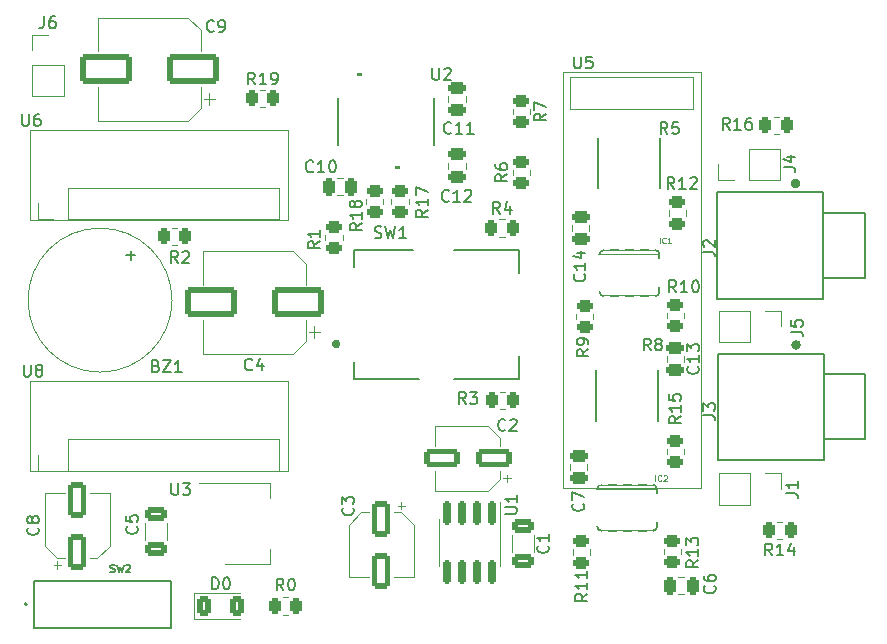
<source format=gto>
G04 #@! TF.GenerationSoftware,KiCad,Pcbnew,(6.0.4)*
G04 #@! TF.CreationDate,2023-10-19T14:50:22+10:00*
G04 #@! TF.ProjectId,OpenXstim,4f70656e-5873-4746-996d-2e6b69636164,rev?*
G04 #@! TF.SameCoordinates,Original*
G04 #@! TF.FileFunction,Legend,Top*
G04 #@! TF.FilePolarity,Positive*
%FSLAX46Y46*%
G04 Gerber Fmt 4.6, Leading zero omitted, Abs format (unit mm)*
G04 Created by KiCad (PCBNEW (6.0.4)) date 2023-10-19 14:50:22*
%MOMM*%
%LPD*%
G01*
G04 APERTURE LIST*
G04 Aperture macros list*
%AMRoundRect*
0 Rectangle with rounded corners*
0 $1 Rounding radius*
0 $2 $3 $4 $5 $6 $7 $8 $9 X,Y pos of 4 corners*
0 Add a 4 corners polygon primitive as box body*
4,1,4,$2,$3,$4,$5,$6,$7,$8,$9,$2,$3,0*
0 Add four circle primitives for the rounded corners*
1,1,$1+$1,$2,$3*
1,1,$1+$1,$4,$5*
1,1,$1+$1,$6,$7*
1,1,$1+$1,$8,$9*
0 Add four rect primitives between the rounded corners*
20,1,$1+$1,$2,$3,$4,$5,0*
20,1,$1+$1,$4,$5,$6,$7,0*
20,1,$1+$1,$6,$7,$8,$9,0*
20,1,$1+$1,$8,$9,$2,$3,0*%
G04 Aperture macros list end*
%ADD10C,0.150000*%
%ADD11C,0.120078*%
%ADD12C,0.120000*%
%ADD13C,0.152400*%
%ADD14C,0.050800*%
%ADD15C,0.127000*%
%ADD16C,0.304800*%
%ADD17C,0.400000*%
%ADD18C,0.200000*%
%ADD19RoundRect,0.250000X0.262500X0.450000X-0.262500X0.450000X-0.262500X-0.450000X0.262500X-0.450000X0*%
%ADD20RoundRect,0.250000X1.250000X0.550000X-1.250000X0.550000X-1.250000X-0.550000X1.250000X-0.550000X0*%
%ADD21R,0.355600X1.473200*%
%ADD22R,5.029200X3.251200*%
%ADD23RoundRect,0.250000X0.450000X-0.262500X0.450000X0.262500X-0.450000X0.262500X-0.450000X-0.262500X0*%
%ADD24RoundRect,0.250000X-0.262500X-0.450000X0.262500X-0.450000X0.262500X0.450000X-0.262500X0.450000X0*%
%ADD25RoundRect,0.250000X-0.250000X-0.475000X0.250000X-0.475000X0.250000X0.475000X-0.250000X0.475000X0*%
%ADD26RoundRect,0.250000X-0.550000X1.250000X-0.550000X-1.250000X0.550000X-1.250000X0.550000X1.250000X0*%
%ADD27R,1.700000X1.700000*%
%ADD28O,1.700000X1.700000*%
%ADD29RoundRect,0.150000X-0.150000X0.825000X-0.150000X-0.825000X0.150000X-0.825000X0.150000X0.825000X0*%
%ADD30R,2.000000X1.500000*%
%ADD31R,2.000000X3.800000*%
%ADD32RoundRect,0.250000X0.475000X-0.250000X0.475000X0.250000X-0.475000X0.250000X-0.475000X-0.250000X0*%
%ADD33RoundRect,0.250000X0.250000X0.475000X-0.250000X0.475000X-0.250000X-0.475000X0.250000X-0.475000X0*%
%ADD34R,0.600000X1.800000*%
%ADD35R,6.000000X2.400000*%
%ADD36C,2.600000*%
%ADD37C,1.800000*%
%ADD38R,1.800000X1.800000*%
%ADD39O,1.508000X3.016000*%
%ADD40O,3.016000X1.508000*%
%ADD41R,2.000000X2.000000*%
%ADD42C,2.000000*%
%ADD43R,0.482600X1.447800*%
%ADD44RoundRect,0.250000X-0.375000X-0.625000X0.375000X-0.625000X0.375000X0.625000X-0.375000X0.625000X0*%
%ADD45RoundRect,0.250000X0.650000X-0.325000X0.650000X0.325000X-0.650000X0.325000X-0.650000X-0.325000X0*%
%ADD46RoundRect,0.250000X-0.450000X0.262500X-0.450000X-0.262500X0.450000X-0.262500X0.450000X0.262500X0*%
%ADD47RoundRect,0.250000X1.950000X1.000000X-1.950000X1.000000X-1.950000X-1.000000X1.950000X-1.000000X0*%
%ADD48R,1.408000X1.408000*%
%ADD49C,1.408000*%
%ADD50RoundRect,0.250000X0.550000X-1.250000X0.550000X1.250000X-0.550000X1.250000X-0.550000X-1.250000X0*%
%ADD51RoundRect,0.250000X-0.475000X0.250000X-0.475000X-0.250000X0.475000X-0.250000X0.475000X0.250000X0*%
%ADD52R,1.600000X1.600000*%
%ADD53O,1.600000X1.600000*%
G04 APERTURE END LIST*
D10*
X234256342Y-73858380D02*
X233923009Y-73382190D01*
X233684914Y-73858380D02*
X233684914Y-72858380D01*
X234065866Y-72858380D01*
X234161104Y-72906000D01*
X234208723Y-72953619D01*
X234256342Y-73048857D01*
X234256342Y-73191714D01*
X234208723Y-73286952D01*
X234161104Y-73334571D01*
X234065866Y-73382190D01*
X233684914Y-73382190D01*
X235208723Y-73858380D02*
X234637295Y-73858380D01*
X234923009Y-73858380D02*
X234923009Y-72858380D01*
X234827771Y-73001238D01*
X234732533Y-73096476D01*
X234637295Y-73144095D01*
X236065866Y-72858380D02*
X235875390Y-72858380D01*
X235780152Y-72906000D01*
X235732533Y-72953619D01*
X235637295Y-73096476D01*
X235589676Y-73286952D01*
X235589676Y-73667904D01*
X235637295Y-73763142D01*
X235684914Y-73810761D01*
X235780152Y-73858380D01*
X235970628Y-73858380D01*
X236065866Y-73810761D01*
X236113485Y-73763142D01*
X236161104Y-73667904D01*
X236161104Y-73429809D01*
X236113485Y-73334571D01*
X236065866Y-73286952D01*
X235970628Y-73239333D01*
X235780152Y-73239333D01*
X235684914Y-73286952D01*
X235637295Y-73334571D01*
X235589676Y-73429809D01*
X215276133Y-99264742D02*
X215228514Y-99312361D01*
X215085657Y-99359980D01*
X214990419Y-99359980D01*
X214847561Y-99312361D01*
X214752323Y-99217123D01*
X214704704Y-99121885D01*
X214657085Y-98931409D01*
X214657085Y-98788552D01*
X214704704Y-98598076D01*
X214752323Y-98502838D01*
X214847561Y-98407600D01*
X214990419Y-98359980D01*
X215085657Y-98359980D01*
X215228514Y-98407600D01*
X215276133Y-98455219D01*
X215657085Y-98455219D02*
X215704704Y-98407600D01*
X215799942Y-98359980D01*
X216038038Y-98359980D01*
X216133276Y-98407600D01*
X216180895Y-98455219D01*
X216228514Y-98550457D01*
X216228514Y-98645695D01*
X216180895Y-98788552D01*
X215609466Y-99359980D01*
X216228514Y-99359980D01*
X209092895Y-68641980D02*
X209092895Y-69451504D01*
X209140514Y-69546742D01*
X209188133Y-69594361D01*
X209283371Y-69641980D01*
X209473847Y-69641980D01*
X209569085Y-69594361D01*
X209616704Y-69546742D01*
X209664323Y-69451504D01*
X209664323Y-68641980D01*
X210092895Y-68737219D02*
X210140514Y-68689600D01*
X210235752Y-68641980D01*
X210473847Y-68641980D01*
X210569085Y-68689600D01*
X210616704Y-68737219D01*
X210664323Y-68832457D01*
X210664323Y-68927695D01*
X210616704Y-69070552D01*
X210045276Y-69641980D01*
X210664323Y-69641980D01*
X230119180Y-98128057D02*
X229642990Y-98461390D01*
X230119180Y-98699485D02*
X229119180Y-98699485D01*
X229119180Y-98318533D01*
X229166800Y-98223295D01*
X229214419Y-98175676D01*
X229309657Y-98128057D01*
X229452514Y-98128057D01*
X229547752Y-98175676D01*
X229595371Y-98223295D01*
X229642990Y-98318533D01*
X229642990Y-98699485D01*
X230119180Y-97175676D02*
X230119180Y-97747104D01*
X230119180Y-97461390D02*
X229119180Y-97461390D01*
X229262038Y-97556628D01*
X229357276Y-97651866D01*
X229404895Y-97747104D01*
X229119180Y-96270914D02*
X229119180Y-96747104D01*
X229595371Y-96794723D01*
X229547752Y-96747104D01*
X229500133Y-96651866D01*
X229500133Y-96413771D01*
X229547752Y-96318533D01*
X229595371Y-96270914D01*
X229690609Y-96223295D01*
X229928704Y-96223295D01*
X230023942Y-96270914D01*
X230071561Y-96318533D01*
X230119180Y-96413771D01*
X230119180Y-96651866D01*
X230071561Y-96747104D01*
X230023942Y-96794723D01*
X194073542Y-70023980D02*
X193740209Y-69547790D01*
X193502114Y-70023980D02*
X193502114Y-69023980D01*
X193883066Y-69023980D01*
X193978304Y-69071600D01*
X194025923Y-69119219D01*
X194073542Y-69214457D01*
X194073542Y-69357314D01*
X194025923Y-69452552D01*
X193978304Y-69500171D01*
X193883066Y-69547790D01*
X193502114Y-69547790D01*
X195025923Y-70023980D02*
X194454495Y-70023980D01*
X194740209Y-70023980D02*
X194740209Y-69023980D01*
X194644971Y-69166838D01*
X194549733Y-69262076D01*
X194454495Y-69309695D01*
X195502114Y-70023980D02*
X195692590Y-70023980D01*
X195787828Y-69976361D01*
X195835447Y-69928742D01*
X195930685Y-69785885D01*
X195978304Y-69595409D01*
X195978304Y-69214457D01*
X195930685Y-69119219D01*
X195883066Y-69071600D01*
X195787828Y-69023980D01*
X195597352Y-69023980D01*
X195502114Y-69071600D01*
X195454495Y-69119219D01*
X195406876Y-69214457D01*
X195406876Y-69452552D01*
X195454495Y-69547790D01*
X195502114Y-69595409D01*
X195597352Y-69643028D01*
X195787828Y-69643028D01*
X195883066Y-69595409D01*
X195930685Y-69547790D01*
X195978304Y-69452552D01*
X232970342Y-112485466D02*
X233017961Y-112533085D01*
X233065580Y-112675942D01*
X233065580Y-112771180D01*
X233017961Y-112914038D01*
X232922723Y-113009276D01*
X232827485Y-113056895D01*
X232637009Y-113104514D01*
X232494152Y-113104514D01*
X232303676Y-113056895D01*
X232208438Y-113009276D01*
X232113200Y-112914038D01*
X232065580Y-112771180D01*
X232065580Y-112675942D01*
X232113200Y-112533085D01*
X232160819Y-112485466D01*
X232065580Y-111628323D02*
X232065580Y-111818800D01*
X232113200Y-111914038D01*
X232160819Y-111961657D01*
X232303676Y-112056895D01*
X232494152Y-112104514D01*
X232875104Y-112104514D01*
X232970342Y-112056895D01*
X233017961Y-112009276D01*
X233065580Y-111914038D01*
X233065580Y-111723561D01*
X233017961Y-111628323D01*
X232970342Y-111580704D01*
X232875104Y-111533085D01*
X232637009Y-111533085D01*
X232541771Y-111580704D01*
X232494152Y-111628323D01*
X232446533Y-111723561D01*
X232446533Y-111914038D01*
X232494152Y-112009276D01*
X232541771Y-112056895D01*
X232637009Y-112104514D01*
X229582742Y-78887580D02*
X229249409Y-78411390D01*
X229011314Y-78887580D02*
X229011314Y-77887580D01*
X229392266Y-77887580D01*
X229487504Y-77935200D01*
X229535123Y-77982819D01*
X229582742Y-78078057D01*
X229582742Y-78220914D01*
X229535123Y-78316152D01*
X229487504Y-78363771D01*
X229392266Y-78411390D01*
X229011314Y-78411390D01*
X230535123Y-78887580D02*
X229963695Y-78887580D01*
X230249409Y-78887580D02*
X230249409Y-77887580D01*
X230154171Y-78030438D01*
X230058933Y-78125676D01*
X229963695Y-78173295D01*
X230916076Y-77982819D02*
X230963695Y-77935200D01*
X231058933Y-77887580D01*
X231297028Y-77887580D01*
X231392266Y-77935200D01*
X231439885Y-77982819D01*
X231487504Y-78078057D01*
X231487504Y-78173295D01*
X231439885Y-78316152D01*
X230868457Y-78887580D01*
X231487504Y-78887580D01*
X187539333Y-85135980D02*
X187206000Y-84659790D01*
X186967904Y-85135980D02*
X186967904Y-84135980D01*
X187348857Y-84135980D01*
X187444095Y-84183600D01*
X187491714Y-84231219D01*
X187539333Y-84326457D01*
X187539333Y-84469314D01*
X187491714Y-84564552D01*
X187444095Y-84612171D01*
X187348857Y-84659790D01*
X186967904Y-84659790D01*
X187920285Y-84231219D02*
X187967904Y-84183600D01*
X188063142Y-84135980D01*
X188301238Y-84135980D01*
X188396476Y-84183600D01*
X188444095Y-84231219D01*
X188491714Y-84326457D01*
X188491714Y-84421695D01*
X188444095Y-84564552D01*
X187872666Y-85135980D01*
X188491714Y-85135980D01*
X202337942Y-105881466D02*
X202385561Y-105929085D01*
X202433180Y-106071942D01*
X202433180Y-106167180D01*
X202385561Y-106310038D01*
X202290323Y-106405276D01*
X202195085Y-106452895D01*
X202004609Y-106500514D01*
X201861752Y-106500514D01*
X201671276Y-106452895D01*
X201576038Y-106405276D01*
X201480800Y-106310038D01*
X201433180Y-106167180D01*
X201433180Y-106071942D01*
X201480800Y-105929085D01*
X201528419Y-105881466D01*
X201433180Y-105548133D02*
X201433180Y-104929085D01*
X201814133Y-105262419D01*
X201814133Y-105119561D01*
X201861752Y-105024323D01*
X201909371Y-104976704D01*
X202004609Y-104929085D01*
X202242704Y-104929085D01*
X202337942Y-104976704D01*
X202385561Y-105024323D01*
X202433180Y-105119561D01*
X202433180Y-105405276D01*
X202385561Y-105500514D01*
X202337942Y-105548133D01*
X239023380Y-104625733D02*
X239737666Y-104625733D01*
X239880523Y-104673352D01*
X239975761Y-104768590D01*
X240023380Y-104911447D01*
X240023380Y-105006685D01*
X240023380Y-103625733D02*
X240023380Y-104197161D01*
X240023380Y-103911447D02*
X239023380Y-103911447D01*
X239166238Y-104006685D01*
X239261476Y-104101923D01*
X239309095Y-104197161D01*
X215250780Y-106375104D02*
X216060304Y-106375104D01*
X216155542Y-106327485D01*
X216203161Y-106279866D01*
X216250780Y-106184628D01*
X216250780Y-105994152D01*
X216203161Y-105898914D01*
X216155542Y-105851295D01*
X216060304Y-105803676D01*
X215250780Y-105803676D01*
X216250780Y-104803676D02*
X216250780Y-105375104D01*
X216250780Y-105089390D02*
X215250780Y-105089390D01*
X215393638Y-105184628D01*
X215488876Y-105279866D01*
X215536495Y-105375104D01*
X186994895Y-103795580D02*
X186994895Y-104605104D01*
X187042514Y-104700342D01*
X187090133Y-104747961D01*
X187185371Y-104795580D01*
X187375847Y-104795580D01*
X187471085Y-104747961D01*
X187518704Y-104700342D01*
X187566323Y-104605104D01*
X187566323Y-103795580D01*
X187947276Y-103795580D02*
X188566323Y-103795580D01*
X188232990Y-104176533D01*
X188375847Y-104176533D01*
X188471085Y-104224152D01*
X188518704Y-104271771D01*
X188566323Y-104367009D01*
X188566323Y-104605104D01*
X188518704Y-104700342D01*
X188471085Y-104747961D01*
X188375847Y-104795580D01*
X188090133Y-104795580D01*
X187994895Y-104747961D01*
X187947276Y-104700342D01*
X210481942Y-79859142D02*
X210434323Y-79906761D01*
X210291466Y-79954380D01*
X210196228Y-79954380D01*
X210053371Y-79906761D01*
X209958133Y-79811523D01*
X209910514Y-79716285D01*
X209862895Y-79525809D01*
X209862895Y-79382952D01*
X209910514Y-79192476D01*
X209958133Y-79097238D01*
X210053371Y-79002000D01*
X210196228Y-78954380D01*
X210291466Y-78954380D01*
X210434323Y-79002000D01*
X210481942Y-79049619D01*
X211434323Y-79954380D02*
X210862895Y-79954380D01*
X211148609Y-79954380D02*
X211148609Y-78954380D01*
X211053371Y-79097238D01*
X210958133Y-79192476D01*
X210862895Y-79240095D01*
X211815276Y-79049619D02*
X211862895Y-79002000D01*
X211958133Y-78954380D01*
X212196228Y-78954380D01*
X212291466Y-79002000D01*
X212339085Y-79049619D01*
X212386704Y-79144857D01*
X212386704Y-79240095D01*
X212339085Y-79382952D01*
X211767657Y-79954380D01*
X212386704Y-79954380D01*
X199001142Y-77369942D02*
X198953523Y-77417561D01*
X198810666Y-77465180D01*
X198715428Y-77465180D01*
X198572571Y-77417561D01*
X198477333Y-77322323D01*
X198429714Y-77227085D01*
X198382095Y-77036609D01*
X198382095Y-76893752D01*
X198429714Y-76703276D01*
X198477333Y-76608038D01*
X198572571Y-76512800D01*
X198715428Y-76465180D01*
X198810666Y-76465180D01*
X198953523Y-76512800D01*
X199001142Y-76560419D01*
X199953523Y-77465180D02*
X199382095Y-77465180D01*
X199667809Y-77465180D02*
X199667809Y-76465180D01*
X199572571Y-76608038D01*
X199477333Y-76703276D01*
X199382095Y-76750895D01*
X200572571Y-76465180D02*
X200667809Y-76465180D01*
X200763047Y-76512800D01*
X200810666Y-76560419D01*
X200858285Y-76655657D01*
X200905904Y-76846133D01*
X200905904Y-77084228D01*
X200858285Y-77274704D01*
X200810666Y-77369942D01*
X200763047Y-77417561D01*
X200667809Y-77465180D01*
X200572571Y-77465180D01*
X200477333Y-77417561D01*
X200429714Y-77369942D01*
X200382095Y-77274704D01*
X200334476Y-77084228D01*
X200334476Y-76846133D01*
X200382095Y-76655657D01*
X200429714Y-76560419D01*
X200477333Y-76512800D01*
X200572571Y-76465180D01*
D11*
X228334324Y-83478483D02*
X228334324Y-82998172D01*
X228837507Y-83432739D02*
X228814635Y-83455611D01*
X228746020Y-83478483D01*
X228700276Y-83478483D01*
X228631660Y-83455611D01*
X228585916Y-83409867D01*
X228563044Y-83364123D01*
X228540172Y-83272635D01*
X228540172Y-83204020D01*
X228563044Y-83112532D01*
X228585916Y-83066788D01*
X228631660Y-83021044D01*
X228700276Y-82998172D01*
X228746020Y-82998172D01*
X228814635Y-83021044D01*
X228837507Y-83043916D01*
X229294946Y-83478483D02*
X229020483Y-83478483D01*
X229157715Y-83478483D02*
X229157715Y-82998172D01*
X229111971Y-83066788D01*
X229066227Y-83112532D01*
X229020483Y-83135404D01*
D10*
X204202521Y-83005848D02*
X204345479Y-83053501D01*
X204583743Y-83053501D01*
X204679049Y-83005848D01*
X204726702Y-82958196D01*
X204774355Y-82862890D01*
X204774355Y-82767584D01*
X204726702Y-82672279D01*
X204679049Y-82624626D01*
X204583743Y-82576973D01*
X204393132Y-82529320D01*
X204297826Y-82481667D01*
X204250174Y-82434015D01*
X204202521Y-82338709D01*
X204202521Y-82243403D01*
X204250174Y-82148098D01*
X204297826Y-82100445D01*
X204393132Y-82052792D01*
X204631396Y-82052792D01*
X204774355Y-82100445D01*
X205107924Y-82052792D02*
X205346188Y-83053501D01*
X205536800Y-82338709D01*
X205727411Y-83053501D01*
X205965675Y-82052792D01*
X206871078Y-83053501D02*
X206299244Y-83053501D01*
X206585161Y-83053501D02*
X206585161Y-82052792D01*
X206489856Y-82195751D01*
X206394550Y-82291056D01*
X206299244Y-82338709D01*
D11*
X227978724Y-103595283D02*
X227978724Y-103114972D01*
X228481907Y-103549539D02*
X228459035Y-103572411D01*
X228390420Y-103595283D01*
X228344676Y-103595283D01*
X228276060Y-103572411D01*
X228230316Y-103526667D01*
X228207444Y-103480923D01*
X228184572Y-103389435D01*
X228184572Y-103320820D01*
X228207444Y-103229332D01*
X228230316Y-103183588D01*
X228276060Y-103137844D01*
X228344676Y-103114972D01*
X228390420Y-103114972D01*
X228459035Y-103137844D01*
X228481907Y-103160716D01*
X228664883Y-103160716D02*
X228687755Y-103137844D01*
X228733499Y-103114972D01*
X228847859Y-103114972D01*
X228893603Y-103137844D01*
X228916475Y-103160716D01*
X228939346Y-103206460D01*
X228939346Y-103252204D01*
X228916475Y-103320820D01*
X228642011Y-103595283D01*
X228939346Y-103595283D01*
D10*
X232014772Y-98021738D02*
X232729069Y-98021738D01*
X232871928Y-98069358D01*
X232967168Y-98164598D01*
X233014788Y-98307457D01*
X233014788Y-98402697D01*
X232014772Y-97640780D02*
X232014772Y-97021722D01*
X232395730Y-97355061D01*
X232395730Y-97212201D01*
X232443350Y-97116962D01*
X232490970Y-97069342D01*
X232586209Y-97021722D01*
X232824308Y-97021722D01*
X232919548Y-97069342D01*
X232967168Y-97116962D01*
X233014788Y-97212201D01*
X233014788Y-97497920D01*
X232967168Y-97593160D01*
X232919548Y-97640780D01*
X185707447Y-93857771D02*
X185850304Y-93905390D01*
X185897923Y-93953009D01*
X185945542Y-94048247D01*
X185945542Y-94191104D01*
X185897923Y-94286342D01*
X185850304Y-94333961D01*
X185755066Y-94381580D01*
X185374114Y-94381580D01*
X185374114Y-93381580D01*
X185707447Y-93381580D01*
X185802685Y-93429200D01*
X185850304Y-93476819D01*
X185897923Y-93572057D01*
X185897923Y-93667295D01*
X185850304Y-93762533D01*
X185802685Y-93810152D01*
X185707447Y-93857771D01*
X185374114Y-93857771D01*
X186278876Y-93381580D02*
X186945542Y-93381580D01*
X186278876Y-94381580D01*
X186945542Y-94381580D01*
X187850304Y-94381580D02*
X187278876Y-94381580D01*
X187564590Y-94381580D02*
X187564590Y-93381580D01*
X187469352Y-93524438D01*
X187374114Y-93619676D01*
X187278876Y-93667295D01*
X183561028Y-84861352D02*
X183561028Y-84099447D01*
X183941980Y-84480400D02*
X183180076Y-84480400D01*
X214818933Y-80970380D02*
X214485600Y-80494190D01*
X214247504Y-80970380D02*
X214247504Y-79970380D01*
X214628457Y-79970380D01*
X214723695Y-80018000D01*
X214771314Y-80065619D01*
X214818933Y-80160857D01*
X214818933Y-80303714D01*
X214771314Y-80398952D01*
X214723695Y-80446571D01*
X214628457Y-80494190D01*
X214247504Y-80494190D01*
X215676076Y-80303714D02*
X215676076Y-80970380D01*
X215437980Y-79922761D02*
X215199885Y-80637047D01*
X215818933Y-80637047D01*
X196480133Y-112872780D02*
X196146800Y-112396590D01*
X195908704Y-112872780D02*
X195908704Y-111872780D01*
X196289657Y-111872780D01*
X196384895Y-111920400D01*
X196432514Y-111968019D01*
X196480133Y-112063257D01*
X196480133Y-112206114D01*
X196432514Y-112301352D01*
X196384895Y-112348971D01*
X196289657Y-112396590D01*
X195908704Y-112396590D01*
X197099180Y-111872780D02*
X197194419Y-111872780D01*
X197289657Y-111920400D01*
X197337276Y-111968019D01*
X197384895Y-112063257D01*
X197432514Y-112253733D01*
X197432514Y-112491828D01*
X197384895Y-112682304D01*
X197337276Y-112777542D01*
X197289657Y-112825161D01*
X197194419Y-112872780D01*
X197099180Y-112872780D01*
X197003942Y-112825161D01*
X196956323Y-112777542D01*
X196908704Y-112682304D01*
X196861085Y-112491828D01*
X196861085Y-112253733D01*
X196908704Y-112063257D01*
X196956323Y-111968019D01*
X197003942Y-111920400D01*
X197099180Y-111872780D01*
X221845142Y-105525866D02*
X221892761Y-105573485D01*
X221940380Y-105716342D01*
X221940380Y-105811580D01*
X221892761Y-105954438D01*
X221797523Y-106049676D01*
X221702285Y-106097295D01*
X221511809Y-106144914D01*
X221368952Y-106144914D01*
X221178476Y-106097295D01*
X221083238Y-106049676D01*
X220988000Y-105954438D01*
X220940380Y-105811580D01*
X220940380Y-105716342D01*
X220988000Y-105573485D01*
X221035619Y-105525866D01*
X220940380Y-105192533D02*
X220940380Y-104525866D01*
X221940380Y-104954438D01*
X238821980Y-77041333D02*
X239536266Y-77041333D01*
X239679123Y-77088952D01*
X239774361Y-77184190D01*
X239821980Y-77327047D01*
X239821980Y-77422285D01*
X239155314Y-76136571D02*
X239821980Y-76136571D01*
X238774361Y-76374666D02*
X239488647Y-76612761D01*
X239488647Y-75993714D01*
X174498095Y-93762580D02*
X174498095Y-94572104D01*
X174545714Y-94667342D01*
X174593333Y-94714961D01*
X174688571Y-94762580D01*
X174879047Y-94762580D01*
X174974285Y-94714961D01*
X175021904Y-94667342D01*
X175069523Y-94572104D01*
X175069523Y-93762580D01*
X175688571Y-94191152D02*
X175593333Y-94143533D01*
X175545714Y-94095914D01*
X175498095Y-94000676D01*
X175498095Y-93953057D01*
X175545714Y-93857819D01*
X175593333Y-93810200D01*
X175688571Y-93762580D01*
X175879047Y-93762580D01*
X175974285Y-93810200D01*
X176021904Y-93857819D01*
X176069523Y-93953057D01*
X176069523Y-94000676D01*
X176021904Y-94095914D01*
X175974285Y-94143533D01*
X175879047Y-94191152D01*
X175688571Y-94191152D01*
X175593333Y-94238771D01*
X175545714Y-94286390D01*
X175498095Y-94381628D01*
X175498095Y-94572104D01*
X175545714Y-94667342D01*
X175593333Y-94714961D01*
X175688571Y-94762580D01*
X175879047Y-94762580D01*
X175974285Y-94714961D01*
X176021904Y-94667342D01*
X176069523Y-94572104D01*
X176069523Y-94381628D01*
X176021904Y-94286390D01*
X175974285Y-94238771D01*
X175879047Y-94191152D01*
X227569733Y-92552780D02*
X227236400Y-92076590D01*
X226998304Y-92552780D02*
X226998304Y-91552780D01*
X227379257Y-91552780D01*
X227474495Y-91600400D01*
X227522114Y-91648019D01*
X227569733Y-91743257D01*
X227569733Y-91886114D01*
X227522114Y-91981352D01*
X227474495Y-92028971D01*
X227379257Y-92076590D01*
X226998304Y-92076590D01*
X228141161Y-91981352D02*
X228045923Y-91933733D01*
X227998304Y-91886114D01*
X227950685Y-91790876D01*
X227950685Y-91743257D01*
X227998304Y-91648019D01*
X228045923Y-91600400D01*
X228141161Y-91552780D01*
X228331638Y-91552780D01*
X228426876Y-91600400D01*
X228474495Y-91648019D01*
X228522114Y-91743257D01*
X228522114Y-91790876D01*
X228474495Y-91886114D01*
X228426876Y-91933733D01*
X228331638Y-91981352D01*
X228141161Y-91981352D01*
X228045923Y-92028971D01*
X227998304Y-92076590D01*
X227950685Y-92171828D01*
X227950685Y-92362304D01*
X227998304Y-92457542D01*
X228045923Y-92505161D01*
X228141161Y-92552780D01*
X228331638Y-92552780D01*
X228426876Y-92505161D01*
X228474495Y-92457542D01*
X228522114Y-92362304D01*
X228522114Y-92171828D01*
X228474495Y-92076590D01*
X228426876Y-92028971D01*
X228331638Y-91981352D01*
X190422304Y-112771180D02*
X190422304Y-111771180D01*
X190660400Y-111771180D01*
X190803257Y-111818800D01*
X190898495Y-111914038D01*
X190946114Y-112009276D01*
X190993733Y-112199752D01*
X190993733Y-112342609D01*
X190946114Y-112533085D01*
X190898495Y-112628323D01*
X190803257Y-112723561D01*
X190660400Y-112771180D01*
X190422304Y-112771180D01*
X191612780Y-111771180D02*
X191708019Y-111771180D01*
X191803257Y-111818800D01*
X191850876Y-111866419D01*
X191898495Y-111961657D01*
X191946114Y-112152133D01*
X191946114Y-112390228D01*
X191898495Y-112580704D01*
X191850876Y-112675942D01*
X191803257Y-112723561D01*
X191708019Y-112771180D01*
X191612780Y-112771180D01*
X191517542Y-112723561D01*
X191469923Y-112675942D01*
X191422304Y-112580704D01*
X191374685Y-112390228D01*
X191374685Y-112152133D01*
X191422304Y-111961657D01*
X191469923Y-111866419D01*
X191517542Y-111818800D01*
X191612780Y-111771180D01*
X218847942Y-109081866D02*
X218895561Y-109129485D01*
X218943180Y-109272342D01*
X218943180Y-109367580D01*
X218895561Y-109510438D01*
X218800323Y-109605676D01*
X218705085Y-109653295D01*
X218514609Y-109700914D01*
X218371752Y-109700914D01*
X218181276Y-109653295D01*
X218086038Y-109605676D01*
X217990800Y-109510438D01*
X217943180Y-109367580D01*
X217943180Y-109272342D01*
X217990800Y-109129485D01*
X218038419Y-109081866D01*
X218943180Y-108129485D02*
X218943180Y-108700914D01*
X218943180Y-108415200D02*
X217943180Y-108415200D01*
X218086038Y-108510438D01*
X218181276Y-108605676D01*
X218228895Y-108700914D01*
X231592380Y-110320057D02*
X231116190Y-110653390D01*
X231592380Y-110891485D02*
X230592380Y-110891485D01*
X230592380Y-110510533D01*
X230640000Y-110415295D01*
X230687619Y-110367676D01*
X230782857Y-110320057D01*
X230925714Y-110320057D01*
X231020952Y-110367676D01*
X231068571Y-110415295D01*
X231116190Y-110510533D01*
X231116190Y-110891485D01*
X231592380Y-109367676D02*
X231592380Y-109939104D01*
X231592380Y-109653390D02*
X230592380Y-109653390D01*
X230735238Y-109748628D01*
X230830476Y-109843866D01*
X230878095Y-109939104D01*
X230592380Y-109034342D02*
X230592380Y-108415295D01*
X230973333Y-108748628D01*
X230973333Y-108605771D01*
X231020952Y-108510533D01*
X231068571Y-108462914D01*
X231163809Y-108415295D01*
X231401904Y-108415295D01*
X231497142Y-108462914D01*
X231544761Y-108510533D01*
X231592380Y-108605771D01*
X231592380Y-108891485D01*
X231544761Y-108986723D01*
X231497142Y-109034342D01*
X222194380Y-113164857D02*
X221718190Y-113498190D01*
X222194380Y-113736285D02*
X221194380Y-113736285D01*
X221194380Y-113355333D01*
X221242000Y-113260095D01*
X221289619Y-113212476D01*
X221384857Y-113164857D01*
X221527714Y-113164857D01*
X221622952Y-113212476D01*
X221670571Y-113260095D01*
X221718190Y-113355333D01*
X221718190Y-113736285D01*
X222194380Y-112212476D02*
X222194380Y-112783904D01*
X222194380Y-112498190D02*
X221194380Y-112498190D01*
X221337238Y-112593428D01*
X221432476Y-112688666D01*
X221480095Y-112783904D01*
X222194380Y-111260095D02*
X222194380Y-111831523D01*
X222194380Y-111545809D02*
X221194380Y-111545809D01*
X221337238Y-111641047D01*
X221432476Y-111736285D01*
X221480095Y-111831523D01*
X210685142Y-74118742D02*
X210637523Y-74166361D01*
X210494666Y-74213980D01*
X210399428Y-74213980D01*
X210256571Y-74166361D01*
X210161333Y-74071123D01*
X210113714Y-73975885D01*
X210066095Y-73785409D01*
X210066095Y-73642552D01*
X210113714Y-73452076D01*
X210161333Y-73356838D01*
X210256571Y-73261600D01*
X210399428Y-73213980D01*
X210494666Y-73213980D01*
X210637523Y-73261600D01*
X210685142Y-73309219D01*
X211637523Y-74213980D02*
X211066095Y-74213980D01*
X211351809Y-74213980D02*
X211351809Y-73213980D01*
X211256571Y-73356838D01*
X211161333Y-73452076D01*
X211066095Y-73499695D01*
X212589904Y-74213980D02*
X212018476Y-74213980D01*
X212304190Y-74213980D02*
X212304190Y-73213980D01*
X212208952Y-73356838D01*
X212113714Y-73452076D01*
X212018476Y-73499695D01*
X208681580Y-80652857D02*
X208205390Y-80986190D01*
X208681580Y-81224285D02*
X207681580Y-81224285D01*
X207681580Y-80843333D01*
X207729200Y-80748095D01*
X207776819Y-80700476D01*
X207872057Y-80652857D01*
X208014914Y-80652857D01*
X208110152Y-80700476D01*
X208157771Y-80748095D01*
X208205390Y-80843333D01*
X208205390Y-81224285D01*
X208681580Y-79700476D02*
X208681580Y-80271904D01*
X208681580Y-79986190D02*
X207681580Y-79986190D01*
X207824438Y-80081428D01*
X207919676Y-80176666D01*
X207967295Y-80271904D01*
X207681580Y-79367142D02*
X207681580Y-78700476D01*
X208681580Y-79129047D01*
X221081695Y-67676780D02*
X221081695Y-68486304D01*
X221129314Y-68581542D01*
X221176933Y-68629161D01*
X221272171Y-68676780D01*
X221462647Y-68676780D01*
X221557885Y-68629161D01*
X221605504Y-68581542D01*
X221653123Y-68486304D01*
X221653123Y-67676780D01*
X222605504Y-67676780D02*
X222129314Y-67676780D01*
X222081695Y-68152971D01*
X222129314Y-68105352D01*
X222224552Y-68057733D01*
X222462647Y-68057733D01*
X222557885Y-68105352D01*
X222605504Y-68152971D01*
X222653123Y-68248209D01*
X222653123Y-68486304D01*
X222605504Y-68581542D01*
X222557885Y-68629161D01*
X222462647Y-68676780D01*
X222224552Y-68676780D01*
X222129314Y-68629161D01*
X222081695Y-68581542D01*
X222295980Y-92470266D02*
X221819790Y-92803600D01*
X222295980Y-93041695D02*
X221295980Y-93041695D01*
X221295980Y-92660742D01*
X221343600Y-92565504D01*
X221391219Y-92517885D01*
X221486457Y-92470266D01*
X221629314Y-92470266D01*
X221724552Y-92517885D01*
X221772171Y-92565504D01*
X221819790Y-92660742D01*
X221819790Y-93041695D01*
X222295980Y-91994076D02*
X222295980Y-91803600D01*
X222248361Y-91708361D01*
X222200742Y-91660742D01*
X222057885Y-91565504D01*
X221867409Y-91517885D01*
X221486457Y-91517885D01*
X221391219Y-91565504D01*
X221343600Y-91613123D01*
X221295980Y-91708361D01*
X221295980Y-91898838D01*
X221343600Y-91994076D01*
X221391219Y-92041695D01*
X221486457Y-92089314D01*
X221724552Y-92089314D01*
X221819790Y-92041695D01*
X221867409Y-91994076D01*
X221915028Y-91898838D01*
X221915028Y-91708361D01*
X221867409Y-91613123D01*
X221819790Y-91565504D01*
X221724552Y-91517885D01*
X218713580Y-72505866D02*
X218237390Y-72839200D01*
X218713580Y-73077295D02*
X217713580Y-73077295D01*
X217713580Y-72696342D01*
X217761200Y-72601104D01*
X217808819Y-72553485D01*
X217904057Y-72505866D01*
X218046914Y-72505866D01*
X218142152Y-72553485D01*
X218189771Y-72601104D01*
X218237390Y-72696342D01*
X218237390Y-73077295D01*
X217713580Y-72172533D02*
X217713580Y-71505866D01*
X218713580Y-71934438D01*
X232014772Y-84204138D02*
X232729069Y-84204138D01*
X232871928Y-84251758D01*
X232967168Y-84346998D01*
X233014788Y-84489857D01*
X233014788Y-84585097D01*
X232110011Y-83775560D02*
X232062392Y-83727940D01*
X232014772Y-83632700D01*
X232014772Y-83394601D01*
X232062392Y-83299362D01*
X232110011Y-83251742D01*
X232205251Y-83204122D01*
X232300491Y-83204122D01*
X232443350Y-83251742D01*
X233014788Y-83823180D01*
X233014788Y-83204122D01*
X221946742Y-86088457D02*
X221994361Y-86136076D01*
X222041980Y-86278933D01*
X222041980Y-86374171D01*
X221994361Y-86517028D01*
X221899123Y-86612266D01*
X221803885Y-86659885D01*
X221613409Y-86707504D01*
X221470552Y-86707504D01*
X221280076Y-86659885D01*
X221184838Y-86612266D01*
X221089600Y-86517028D01*
X221041980Y-86374171D01*
X221041980Y-86278933D01*
X221089600Y-86136076D01*
X221137219Y-86088457D01*
X222041980Y-85136076D02*
X222041980Y-85707504D01*
X222041980Y-85421790D02*
X221041980Y-85421790D01*
X221184838Y-85517028D01*
X221280076Y-85612266D01*
X221327695Y-85707504D01*
X221375314Y-84278933D02*
X222041980Y-84278933D01*
X220994361Y-84517028D02*
X221708647Y-84755123D01*
X221708647Y-84136076D01*
X229735142Y-87625180D02*
X229401809Y-87148990D01*
X229163714Y-87625180D02*
X229163714Y-86625180D01*
X229544666Y-86625180D01*
X229639904Y-86672800D01*
X229687523Y-86720419D01*
X229735142Y-86815657D01*
X229735142Y-86958514D01*
X229687523Y-87053752D01*
X229639904Y-87101371D01*
X229544666Y-87148990D01*
X229163714Y-87148990D01*
X230687523Y-87625180D02*
X230116095Y-87625180D01*
X230401809Y-87625180D02*
X230401809Y-86625180D01*
X230306571Y-86768038D01*
X230211333Y-86863276D01*
X230116095Y-86910895D01*
X231306571Y-86625180D02*
X231401809Y-86625180D01*
X231497047Y-86672800D01*
X231544666Y-86720419D01*
X231592285Y-86815657D01*
X231639904Y-87006133D01*
X231639904Y-87244228D01*
X231592285Y-87434704D01*
X231544666Y-87529942D01*
X231497047Y-87577561D01*
X231401809Y-87625180D01*
X231306571Y-87625180D01*
X231211333Y-87577561D01*
X231163714Y-87529942D01*
X231116095Y-87434704D01*
X231068476Y-87244228D01*
X231068476Y-87006133D01*
X231116095Y-86815657D01*
X231163714Y-86720419D01*
X231211333Y-86672800D01*
X231306571Y-86625180D01*
X190587333Y-65482742D02*
X190539714Y-65530361D01*
X190396857Y-65577980D01*
X190301619Y-65577980D01*
X190158761Y-65530361D01*
X190063523Y-65435123D01*
X190015904Y-65339885D01*
X189968285Y-65149409D01*
X189968285Y-65006552D01*
X190015904Y-64816076D01*
X190063523Y-64720838D01*
X190158761Y-64625600D01*
X190301619Y-64577980D01*
X190396857Y-64577980D01*
X190539714Y-64625600D01*
X190587333Y-64673219D01*
X191063523Y-65577980D02*
X191254000Y-65577980D01*
X191349238Y-65530361D01*
X191396857Y-65482742D01*
X191492095Y-65339885D01*
X191539714Y-65149409D01*
X191539714Y-64768457D01*
X191492095Y-64673219D01*
X191444476Y-64625600D01*
X191349238Y-64577980D01*
X191158761Y-64577980D01*
X191063523Y-64625600D01*
X191015904Y-64673219D01*
X190968285Y-64768457D01*
X190968285Y-65006552D01*
X191015904Y-65101790D01*
X191063523Y-65149409D01*
X191158761Y-65197028D01*
X191349238Y-65197028D01*
X191444476Y-65149409D01*
X191492095Y-65101790D01*
X191539714Y-65006552D01*
X203093580Y-81770457D02*
X202617390Y-82103790D01*
X203093580Y-82341885D02*
X202093580Y-82341885D01*
X202093580Y-81960933D01*
X202141200Y-81865695D01*
X202188819Y-81818076D01*
X202284057Y-81770457D01*
X202426914Y-81770457D01*
X202522152Y-81818076D01*
X202569771Y-81865695D01*
X202617390Y-81960933D01*
X202617390Y-82341885D01*
X203093580Y-80818076D02*
X203093580Y-81389504D01*
X203093580Y-81103790D02*
X202093580Y-81103790D01*
X202236438Y-81199028D01*
X202331676Y-81294266D01*
X202379295Y-81389504D01*
X202522152Y-80246647D02*
X202474533Y-80341885D01*
X202426914Y-80389504D01*
X202331676Y-80437123D01*
X202284057Y-80437123D01*
X202188819Y-80389504D01*
X202141200Y-80341885D01*
X202093580Y-80246647D01*
X202093580Y-80056171D01*
X202141200Y-79960933D01*
X202188819Y-79913314D01*
X202284057Y-79865695D01*
X202331676Y-79865695D01*
X202426914Y-79913314D01*
X202474533Y-79960933D01*
X202522152Y-80056171D01*
X202522152Y-80246647D01*
X202569771Y-80341885D01*
X202617390Y-80389504D01*
X202712628Y-80437123D01*
X202903104Y-80437123D01*
X202998342Y-80389504D01*
X203045961Y-80341885D01*
X203093580Y-80246647D01*
X203093580Y-80056171D01*
X203045961Y-79960933D01*
X202998342Y-79913314D01*
X202903104Y-79865695D01*
X202712628Y-79865695D01*
X202617390Y-79913314D01*
X202569771Y-79960933D01*
X202522152Y-80056171D01*
X174345695Y-72553580D02*
X174345695Y-73363104D01*
X174393314Y-73458342D01*
X174440933Y-73505961D01*
X174536171Y-73553580D01*
X174726647Y-73553580D01*
X174821885Y-73505961D01*
X174869504Y-73458342D01*
X174917123Y-73363104D01*
X174917123Y-72553580D01*
X175821885Y-72553580D02*
X175631409Y-72553580D01*
X175536171Y-72601200D01*
X175488552Y-72648819D01*
X175393314Y-72791676D01*
X175345695Y-72982152D01*
X175345695Y-73363104D01*
X175393314Y-73458342D01*
X175440933Y-73505961D01*
X175536171Y-73553580D01*
X175726647Y-73553580D01*
X175821885Y-73505961D01*
X175869504Y-73458342D01*
X175917123Y-73363104D01*
X175917123Y-73125009D01*
X175869504Y-73029771D01*
X175821885Y-72982152D01*
X175726647Y-72934533D01*
X175536171Y-72934533D01*
X175440933Y-72982152D01*
X175393314Y-73029771D01*
X175345695Y-73125009D01*
X176196666Y-64274980D02*
X176196666Y-64989266D01*
X176149047Y-65132123D01*
X176053809Y-65227361D01*
X175910952Y-65274980D01*
X175815714Y-65274980D01*
X177101428Y-64274980D02*
X176910952Y-64274980D01*
X176815714Y-64322600D01*
X176768095Y-64370219D01*
X176672857Y-64513076D01*
X176625238Y-64703552D01*
X176625238Y-65084504D01*
X176672857Y-65179742D01*
X176720476Y-65227361D01*
X176815714Y-65274980D01*
X177006190Y-65274980D01*
X177101428Y-65227361D01*
X177149047Y-65179742D01*
X177196666Y-65084504D01*
X177196666Y-64846409D01*
X177149047Y-64751171D01*
X177101428Y-64703552D01*
X177006190Y-64655933D01*
X176815714Y-64655933D01*
X176720476Y-64703552D01*
X176672857Y-64751171D01*
X176625238Y-64846409D01*
X215413580Y-77636666D02*
X214937390Y-77970000D01*
X215413580Y-78208095D02*
X214413580Y-78208095D01*
X214413580Y-77827142D01*
X214461200Y-77731904D01*
X214508819Y-77684285D01*
X214604057Y-77636666D01*
X214746914Y-77636666D01*
X214842152Y-77684285D01*
X214889771Y-77731904D01*
X214937390Y-77827142D01*
X214937390Y-78208095D01*
X214413580Y-76779523D02*
X214413580Y-76970000D01*
X214461200Y-77065238D01*
X214508819Y-77112857D01*
X214651676Y-77208095D01*
X214842152Y-77255714D01*
X215223104Y-77255714D01*
X215318342Y-77208095D01*
X215365961Y-77160476D01*
X215413580Y-77065238D01*
X215413580Y-76874761D01*
X215365961Y-76779523D01*
X215318342Y-76731904D01*
X215223104Y-76684285D01*
X214985009Y-76684285D01*
X214889771Y-76731904D01*
X214842152Y-76779523D01*
X214794533Y-76874761D01*
X214794533Y-77065238D01*
X214842152Y-77160476D01*
X214889771Y-77208095D01*
X214985009Y-77255714D01*
X237863142Y-109899980D02*
X237529809Y-109423790D01*
X237291714Y-109899980D02*
X237291714Y-108899980D01*
X237672666Y-108899980D01*
X237767904Y-108947600D01*
X237815523Y-108995219D01*
X237863142Y-109090457D01*
X237863142Y-109233314D01*
X237815523Y-109328552D01*
X237767904Y-109376171D01*
X237672666Y-109423790D01*
X237291714Y-109423790D01*
X238815523Y-109899980D02*
X238244095Y-109899980D01*
X238529809Y-109899980D02*
X238529809Y-108899980D01*
X238434571Y-109042838D01*
X238339333Y-109138076D01*
X238244095Y-109185695D01*
X239672666Y-109233314D02*
X239672666Y-109899980D01*
X239434571Y-108852361D02*
X239196476Y-109566647D01*
X239815523Y-109566647D01*
X211923333Y-97073980D02*
X211590000Y-96597790D01*
X211351904Y-97073980D02*
X211351904Y-96073980D01*
X211732857Y-96073980D01*
X211828095Y-96121600D01*
X211875714Y-96169219D01*
X211923333Y-96264457D01*
X211923333Y-96407314D01*
X211875714Y-96502552D01*
X211828095Y-96550171D01*
X211732857Y-96597790D01*
X211351904Y-96597790D01*
X212256666Y-96073980D02*
X212875714Y-96073980D01*
X212542380Y-96454933D01*
X212685238Y-96454933D01*
X212780476Y-96502552D01*
X212828095Y-96550171D01*
X212875714Y-96645409D01*
X212875714Y-96883504D01*
X212828095Y-96978742D01*
X212780476Y-97026361D01*
X212685238Y-97073980D01*
X212399523Y-97073980D01*
X212304285Y-97026361D01*
X212256666Y-96978742D01*
X181823466Y-111307847D02*
X181914895Y-111338323D01*
X182067276Y-111338323D01*
X182128228Y-111307847D01*
X182158704Y-111277371D01*
X182189180Y-111216419D01*
X182189180Y-111155466D01*
X182158704Y-111094514D01*
X182128228Y-111064038D01*
X182067276Y-111033561D01*
X181945371Y-111003085D01*
X181884419Y-110972609D01*
X181853942Y-110942133D01*
X181823466Y-110881180D01*
X181823466Y-110820228D01*
X181853942Y-110759276D01*
X181884419Y-110728800D01*
X181945371Y-110698323D01*
X182097752Y-110698323D01*
X182189180Y-110728800D01*
X182402514Y-110698323D02*
X182554895Y-111338323D01*
X182676800Y-110881180D01*
X182798704Y-111338323D01*
X182951085Y-110698323D01*
X183164419Y-110759276D02*
X183194895Y-110728800D01*
X183255847Y-110698323D01*
X183408228Y-110698323D01*
X183469180Y-110728800D01*
X183499657Y-110759276D01*
X183530133Y-110820228D01*
X183530133Y-110881180D01*
X183499657Y-110972609D01*
X183133942Y-111338323D01*
X183530133Y-111338323D01*
X175676342Y-107557866D02*
X175723961Y-107605485D01*
X175771580Y-107748342D01*
X175771580Y-107843580D01*
X175723961Y-107986438D01*
X175628723Y-108081676D01*
X175533485Y-108129295D01*
X175343009Y-108176914D01*
X175200152Y-108176914D01*
X175009676Y-108129295D01*
X174914438Y-108081676D01*
X174819200Y-107986438D01*
X174771580Y-107843580D01*
X174771580Y-107748342D01*
X174819200Y-107605485D01*
X174866819Y-107557866D01*
X175200152Y-106986438D02*
X175152533Y-107081676D01*
X175104914Y-107129295D01*
X175009676Y-107176914D01*
X174962057Y-107176914D01*
X174866819Y-107129295D01*
X174819200Y-107081676D01*
X174771580Y-106986438D01*
X174771580Y-106795961D01*
X174819200Y-106700723D01*
X174866819Y-106653104D01*
X174962057Y-106605485D01*
X175009676Y-106605485D01*
X175104914Y-106653104D01*
X175152533Y-106700723D01*
X175200152Y-106795961D01*
X175200152Y-106986438D01*
X175247771Y-107081676D01*
X175295390Y-107129295D01*
X175390628Y-107176914D01*
X175581104Y-107176914D01*
X175676342Y-107129295D01*
X175723961Y-107081676D01*
X175771580Y-106986438D01*
X175771580Y-106795961D01*
X175723961Y-106700723D01*
X175676342Y-106653104D01*
X175581104Y-106605485D01*
X175390628Y-106605485D01*
X175295390Y-106653104D01*
X175247771Y-106700723D01*
X175200152Y-106795961D01*
X228992133Y-74213980D02*
X228658800Y-73737790D01*
X228420704Y-74213980D02*
X228420704Y-73213980D01*
X228801657Y-73213980D01*
X228896895Y-73261600D01*
X228944514Y-73309219D01*
X228992133Y-73404457D01*
X228992133Y-73547314D01*
X228944514Y-73642552D01*
X228896895Y-73690171D01*
X228801657Y-73737790D01*
X228420704Y-73737790D01*
X229896895Y-73213980D02*
X229420704Y-73213980D01*
X229373085Y-73690171D01*
X229420704Y-73642552D01*
X229515942Y-73594933D01*
X229754038Y-73594933D01*
X229849276Y-73642552D01*
X229896895Y-73690171D01*
X229944514Y-73785409D01*
X229944514Y-74023504D01*
X229896895Y-74118742D01*
X229849276Y-74166361D01*
X229754038Y-74213980D01*
X229515942Y-74213980D01*
X229420704Y-74166361D01*
X229373085Y-74118742D01*
X231547942Y-93911657D02*
X231595561Y-93959276D01*
X231643180Y-94102133D01*
X231643180Y-94197371D01*
X231595561Y-94340228D01*
X231500323Y-94435466D01*
X231405085Y-94483085D01*
X231214609Y-94530704D01*
X231071752Y-94530704D01*
X230881276Y-94483085D01*
X230786038Y-94435466D01*
X230690800Y-94340228D01*
X230643180Y-94197371D01*
X230643180Y-94102133D01*
X230690800Y-93959276D01*
X230738419Y-93911657D01*
X231643180Y-92959276D02*
X231643180Y-93530704D01*
X231643180Y-93244990D02*
X230643180Y-93244990D01*
X230786038Y-93340228D01*
X230881276Y-93435466D01*
X230928895Y-93530704D01*
X230643180Y-92625942D02*
X230643180Y-92006895D01*
X231024133Y-92340228D01*
X231024133Y-92197371D01*
X231071752Y-92102133D01*
X231119371Y-92054514D01*
X231214609Y-92006895D01*
X231452704Y-92006895D01*
X231547942Y-92054514D01*
X231595561Y-92102133D01*
X231643180Y-92197371D01*
X231643180Y-92483085D01*
X231595561Y-92578323D01*
X231547942Y-92625942D01*
X239431580Y-90960533D02*
X240145866Y-90960533D01*
X240288723Y-91008152D01*
X240383961Y-91103390D01*
X240431580Y-91246247D01*
X240431580Y-91341485D01*
X239431580Y-90008152D02*
X239431580Y-90484342D01*
X239907771Y-90531961D01*
X239860152Y-90484342D01*
X239812533Y-90389104D01*
X239812533Y-90151009D01*
X239860152Y-90055771D01*
X239907771Y-90008152D01*
X240003009Y-89960533D01*
X240241104Y-89960533D01*
X240336342Y-90008152D01*
X240383961Y-90055771D01*
X240431580Y-90151009D01*
X240431580Y-90389104D01*
X240383961Y-90484342D01*
X240336342Y-90531961D01*
X184049942Y-107456266D02*
X184097561Y-107503885D01*
X184145180Y-107646742D01*
X184145180Y-107741980D01*
X184097561Y-107884838D01*
X184002323Y-107980076D01*
X183907085Y-108027695D01*
X183716609Y-108075314D01*
X183573752Y-108075314D01*
X183383276Y-108027695D01*
X183288038Y-107980076D01*
X183192800Y-107884838D01*
X183145180Y-107741980D01*
X183145180Y-107646742D01*
X183192800Y-107503885D01*
X183240419Y-107456266D01*
X183145180Y-106551504D02*
X183145180Y-107027695D01*
X183621371Y-107075314D01*
X183573752Y-107027695D01*
X183526133Y-106932457D01*
X183526133Y-106694361D01*
X183573752Y-106599123D01*
X183621371Y-106551504D01*
X183716609Y-106503885D01*
X183954704Y-106503885D01*
X184049942Y-106551504D01*
X184097561Y-106599123D01*
X184145180Y-106694361D01*
X184145180Y-106932457D01*
X184097561Y-107027695D01*
X184049942Y-107075314D01*
X199537580Y-83326266D02*
X199061390Y-83659600D01*
X199537580Y-83897695D02*
X198537580Y-83897695D01*
X198537580Y-83516742D01*
X198585200Y-83421504D01*
X198632819Y-83373885D01*
X198728057Y-83326266D01*
X198870914Y-83326266D01*
X198966152Y-83373885D01*
X199013771Y-83421504D01*
X199061390Y-83516742D01*
X199061390Y-83897695D01*
X199537580Y-82373885D02*
X199537580Y-82945314D01*
X199537580Y-82659600D02*
X198537580Y-82659600D01*
X198680438Y-82754838D01*
X198775676Y-82850076D01*
X198823295Y-82945314D01*
X193838533Y-94150742D02*
X193790914Y-94198361D01*
X193648057Y-94245980D01*
X193552819Y-94245980D01*
X193409961Y-94198361D01*
X193314723Y-94103123D01*
X193267104Y-94007885D01*
X193219485Y-93817409D01*
X193219485Y-93674552D01*
X193267104Y-93484076D01*
X193314723Y-93388838D01*
X193409961Y-93293600D01*
X193552819Y-93245980D01*
X193648057Y-93245980D01*
X193790914Y-93293600D01*
X193838533Y-93341219D01*
X194695676Y-93579314D02*
X194695676Y-94245980D01*
X194457580Y-93198361D02*
X194219485Y-93912647D01*
X194838533Y-93912647D01*
D12*
X238428264Y-74242600D02*
X237974136Y-74242600D01*
X238428264Y-72772600D02*
X237974136Y-72772600D01*
X214850000Y-100006037D02*
X214850000Y-100641600D01*
X214850000Y-103397163D02*
X214850000Y-102761600D01*
X213785563Y-98941600D02*
X209330000Y-98941600D01*
X213785563Y-104461600D02*
X209330000Y-104461600D01*
X214850000Y-103397163D02*
X213785563Y-104461600D01*
X215715000Y-103386600D02*
X215090000Y-103386600D01*
X214850000Y-100006037D02*
X213785563Y-98941600D01*
X209330000Y-98941600D02*
X209330000Y-100641600D01*
X215402500Y-103699100D02*
X215402500Y-103074100D01*
X209330000Y-104461600D02*
X209330000Y-102761600D01*
D13*
X209257900Y-75158615D02*
X209257900Y-71145385D01*
X201104500Y-71145385D02*
X201104500Y-75158615D01*
G36*
X203096701Y-69342000D02*
G01*
X202715701Y-69342000D01*
X202715701Y-69088000D01*
X203096701Y-69088000D01*
X203096701Y-69342000D01*
G37*
G36*
X206346699Y-77216000D02*
G01*
X205965699Y-77216000D01*
X205965699Y-76962000D01*
X206346699Y-76962000D01*
X206346699Y-77216000D01*
G37*
D12*
X230401800Y-101319064D02*
X230401800Y-100864936D01*
X228931800Y-101319064D02*
X228931800Y-100864936D01*
X194489336Y-70486600D02*
X194943464Y-70486600D01*
X194489336Y-71956600D02*
X194943464Y-71956600D01*
X229913548Y-111736200D02*
X230436052Y-111736200D01*
X229913548Y-113206200D02*
X230436052Y-113206200D01*
X230554200Y-81149564D02*
X230554200Y-80695436D01*
X229084200Y-81149564D02*
X229084200Y-80695436D01*
X187021736Y-82170600D02*
X187475864Y-82170600D01*
X187021736Y-83640600D02*
X187475864Y-83640600D01*
X206772300Y-105704300D02*
X206147300Y-105704300D01*
X206470363Y-106256800D02*
X205834800Y-106256800D01*
X203079237Y-106256800D02*
X203714800Y-106256800D01*
X202014800Y-111776800D02*
X203714800Y-111776800D01*
X207534800Y-107321237D02*
X207534800Y-111776800D01*
X202014800Y-107321237D02*
X202014800Y-111776800D01*
X203079237Y-106256800D02*
X202014800Y-107321237D01*
X206470363Y-106256800D02*
X207534800Y-107321237D01*
X207534800Y-111776800D02*
X205834800Y-111776800D01*
X206459800Y-105391800D02*
X206459800Y-106016800D01*
X235971000Y-102962400D02*
X233371000Y-102962400D01*
X233371000Y-102962400D02*
X233371000Y-105622400D01*
X238571000Y-102962400D02*
X238571000Y-104292400D01*
X237241000Y-102962400D02*
X238571000Y-102962400D01*
X235971000Y-105622400D02*
X233371000Y-105622400D01*
X235971000Y-102962400D02*
X235971000Y-105622400D01*
X214802400Y-108813600D02*
X214802400Y-110763600D01*
X209682400Y-108813600D02*
X209682400Y-110763600D01*
X214802400Y-108813600D02*
X214802400Y-105363600D01*
X209682400Y-108813600D02*
X209682400Y-106863600D01*
X191545600Y-110598000D02*
X195305600Y-110598000D01*
X189295600Y-103778000D02*
X195305600Y-103778000D01*
X195305600Y-103778000D02*
X195305600Y-105038000D01*
X195305600Y-110598000D02*
X195305600Y-109338000D01*
X211910600Y-77172452D02*
X211910600Y-76649948D01*
X210440600Y-77172452D02*
X210440600Y-76649948D01*
X201530852Y-77954200D02*
X201008348Y-77954200D01*
X201530852Y-79424200D02*
X201008348Y-79424200D01*
D13*
X228315200Y-85496400D02*
X228315200Y-84429600D01*
X228315200Y-86512400D02*
X228315200Y-85496400D01*
X227934200Y-84048600D02*
X223616200Y-84048600D01*
D14*
X228315200Y-84404200D02*
X223235200Y-84404200D01*
D13*
X228315200Y-87579200D02*
X228315200Y-86512400D01*
X223616200Y-87960200D02*
X227934200Y-87960200D01*
X227934200Y-87960200D02*
G75*
G03*
X228315200Y-87579200I1J380999D01*
G01*
X228315200Y-84429600D02*
G75*
G03*
X227934200Y-84048600I-380999J1D01*
G01*
X228315200Y-85496400D02*
G75*
G03*
X228315200Y-86512400I0J-508000D01*
G01*
X223235200Y-87579200D02*
G75*
G03*
X223616200Y-87960200I381000J0D01*
G01*
X223616200Y-84048600D02*
G75*
G03*
X223235200Y-84429600I0J-381000D01*
G01*
D15*
X202448400Y-84009600D02*
X207448400Y-84009600D01*
X216448400Y-84009600D02*
X216448400Y-86009600D01*
X202448400Y-95009600D02*
X207948400Y-95009600D01*
X202448400Y-85509600D02*
X202448400Y-84009600D01*
X210948400Y-95009600D02*
X216448400Y-95009600D01*
X210948400Y-84009600D02*
X216448400Y-84009600D01*
X202448400Y-93509600D02*
X202448400Y-95009600D01*
X216448400Y-95009600D02*
X216448400Y-93009600D01*
D16*
X201148400Y-92009600D02*
G75*
G03*
X201148400Y-92009600I-200000J0D01*
G01*
D13*
X228112000Y-106375200D02*
X228112000Y-105359200D01*
X227731000Y-103911400D02*
X223413000Y-103911400D01*
D14*
X228112000Y-104267000D02*
X223032000Y-104267000D01*
D13*
X223413000Y-107823000D02*
X227731000Y-107823000D01*
X228112000Y-107442000D02*
X228112000Y-106375200D01*
X228112000Y-105359200D02*
X228112000Y-104292400D01*
X228112000Y-105359200D02*
G75*
G03*
X228112000Y-106375200I0J-508000D01*
G01*
X227731000Y-107823000D02*
G75*
G03*
X228112000Y-107442000I1J380999D01*
G01*
X228112000Y-104292400D02*
G75*
G03*
X227731000Y-103911400I-380999J1D01*
G01*
X223413000Y-103911400D02*
G75*
G03*
X223032000Y-104292400I0J-381000D01*
G01*
X223032000Y-107442000D02*
G75*
G03*
X223413000Y-107823000I381000J0D01*
G01*
D15*
X242236000Y-101832800D02*
X233236000Y-101832800D01*
X233236000Y-101832800D02*
X233236000Y-92832800D01*
X242236000Y-94582800D02*
X242236000Y-101832800D01*
X245736000Y-94582800D02*
X242236000Y-94582800D01*
X242226000Y-100082800D02*
X245736000Y-100082800D01*
X233236000Y-92832800D02*
X242236000Y-92832800D01*
X245736000Y-100082800D02*
X245736000Y-94582800D01*
X242236000Y-92832800D02*
X242236000Y-94582800D01*
D17*
X240086000Y-92082800D02*
G75*
G03*
X240086000Y-92082800I-200000J0D01*
G01*
D12*
X187049600Y-88290400D02*
G75*
G03*
X187049600Y-88290400I-6100000J0D01*
G01*
X214758536Y-81459400D02*
X215212664Y-81459400D01*
X214758536Y-82929400D02*
X215212664Y-82929400D01*
X196419736Y-113463400D02*
X196873864Y-113463400D01*
X196419736Y-114933400D02*
X196873864Y-114933400D01*
X220753000Y-102674052D02*
X220753000Y-102151548D01*
X222223000Y-102674052D02*
X222223000Y-102151548D01*
X238510200Y-78139600D02*
X238510200Y-75479600D01*
X233310200Y-78139600D02*
X233310200Y-76809600D01*
X235910200Y-78139600D02*
X235910200Y-75479600D01*
X234640200Y-78139600D02*
X233310200Y-78139600D01*
X235910200Y-75479600D02*
X238510200Y-75479600D01*
X235910200Y-78139600D02*
X238510200Y-78139600D01*
X196118000Y-102726800D02*
X196118000Y-100066800D01*
X178278000Y-102726800D02*
X178278000Y-100066800D01*
X175678000Y-102726800D02*
X175678000Y-101396800D01*
X177008000Y-102726800D02*
X175678000Y-102726800D01*
X178278000Y-100066800D02*
X196118000Y-100066800D01*
X178278000Y-102726800D02*
X196118000Y-102726800D01*
X175006000Y-95173800D02*
X196850000Y-95173800D01*
X196850000Y-95173800D02*
X196850000Y-102793800D01*
X196850000Y-102793800D02*
X175006000Y-102793800D01*
X175006000Y-102793800D02*
X175006000Y-95173800D01*
D13*
X228155500Y-98488500D02*
X228155500Y-94246700D01*
X222948500Y-94246700D02*
X222948500Y-98488500D01*
D12*
X188875400Y-115333400D02*
X192760400Y-115333400D01*
X192760400Y-113063400D02*
X188875400Y-113063400D01*
X188875400Y-113063400D02*
X188875400Y-115333400D01*
X217673600Y-109626452D02*
X217673600Y-108203948D01*
X215853600Y-109626452D02*
X215853600Y-108203948D01*
X230147800Y-109802664D02*
X230147800Y-109348536D01*
X228677800Y-109802664D02*
X228677800Y-109348536D01*
X222426200Y-109853464D02*
X222426200Y-109399336D01*
X220956200Y-109853464D02*
X220956200Y-109399336D01*
X210440600Y-71533652D02*
X210440600Y-71011148D01*
X211910600Y-71533652D02*
X211910600Y-71011148D01*
X207084600Y-79732136D02*
X207084600Y-80186264D01*
X205614600Y-79732136D02*
X205614600Y-80186264D01*
X220776800Y-72094400D02*
X231162800Y-72094400D01*
X231162800Y-72094400D02*
X231162800Y-69434400D01*
X220776800Y-69434400D02*
X231162800Y-69434400D01*
X220776800Y-72094400D02*
X220776800Y-69434400D01*
X220141800Y-104165400D02*
X231825800Y-104165400D01*
X231825800Y-104165400D02*
X231825800Y-68986400D01*
X231825800Y-68986400D02*
X220141800Y-68986400D01*
X220141800Y-68986400D02*
X220141800Y-104165400D01*
X222731000Y-89889064D02*
X222731000Y-89434936D01*
X221261000Y-89889064D02*
X221261000Y-89434936D01*
X215876200Y-72112136D02*
X215876200Y-72566264D01*
X217346200Y-72112136D02*
X217346200Y-72566264D01*
D15*
X233185200Y-88167600D02*
X233185200Y-79167600D01*
X245685200Y-80917600D02*
X242185200Y-80917600D01*
X242185200Y-80917600D02*
X242185200Y-88167600D01*
X242175200Y-86417600D02*
X245685200Y-86417600D01*
X242185200Y-88167600D02*
X233185200Y-88167600D01*
X242185200Y-79167600D02*
X242185200Y-80917600D01*
X245685200Y-86417600D02*
X245685200Y-80917600D01*
X233185200Y-79167600D02*
X242185200Y-79167600D01*
D17*
X240035200Y-78417600D02*
G75*
G03*
X240035200Y-78417600I-200000J0D01*
G01*
D12*
X220905400Y-82455652D02*
X220905400Y-81933148D01*
X222375400Y-82455652D02*
X222375400Y-81933148D01*
X228931800Y-89838264D02*
X228931800Y-89384136D01*
X230401800Y-89838264D02*
X230401800Y-89384136D01*
X188410763Y-73092400D02*
X180755200Y-73092400D01*
X190715200Y-71242400D02*
X189715200Y-71242400D01*
X189475200Y-72027963D02*
X188410763Y-73092400D01*
X180755200Y-73092400D02*
X180755200Y-70242400D01*
X189475200Y-72027963D02*
X189475200Y-70242400D01*
X188410763Y-64372400D02*
X180755200Y-64372400D01*
X189475200Y-65436837D02*
X188410763Y-64372400D01*
X189475200Y-65436837D02*
X189475200Y-67222400D01*
X180755200Y-64372400D02*
X180755200Y-67222400D01*
X190215200Y-71742400D02*
X190215200Y-70742400D01*
X204951000Y-80186264D02*
X204951000Y-79732136D01*
X203481000Y-80186264D02*
X203481000Y-79732136D01*
X178278000Y-78781600D02*
X196118000Y-78781600D01*
X175678000Y-81441600D02*
X175678000Y-80111600D01*
X177008000Y-81441600D02*
X175678000Y-81441600D01*
X178278000Y-81441600D02*
X196118000Y-81441600D01*
X178278000Y-81441600D02*
X178278000Y-78781600D01*
X196118000Y-81441600D02*
X196118000Y-78781600D01*
X175006000Y-73888600D02*
X196850000Y-73888600D01*
X196850000Y-73888600D02*
X196850000Y-81508600D01*
X196850000Y-81508600D02*
X175006000Y-81508600D01*
X175006000Y-81508600D02*
X175006000Y-73888600D01*
X175200000Y-68422600D02*
X175200000Y-71022600D01*
X175200000Y-71022600D02*
X177860000Y-71022600D01*
X177860000Y-68422600D02*
X177860000Y-71022600D01*
X175200000Y-67152600D02*
X175200000Y-65822600D01*
X175200000Y-68422600D02*
X177860000Y-68422600D01*
X175200000Y-65822600D02*
X176530000Y-65822600D01*
X215876200Y-77697064D02*
X215876200Y-77242936D01*
X217346200Y-77697064D02*
X217346200Y-77242936D01*
X238733064Y-107062600D02*
X238278936Y-107062600D01*
X238733064Y-108532600D02*
X238278936Y-108532600D01*
X214807436Y-97509000D02*
X215261564Y-97509000D01*
X214807436Y-96039000D02*
X215261564Y-96039000D01*
D15*
X175345100Y-116046000D02*
X186945100Y-116046000D01*
X175345100Y-112046000D02*
X175345100Y-116046000D01*
X186945100Y-112046000D02*
X175345100Y-112046000D01*
X186945100Y-116046000D02*
X186945100Y-112046000D01*
D18*
X174745100Y-114046000D02*
G75*
G03*
X174745100Y-114046000I-100000J0D01*
G01*
D12*
X181779200Y-104631200D02*
X180079200Y-104631200D01*
X177323637Y-110151200D02*
X176259200Y-109086763D01*
X177323637Y-110151200D02*
X177959200Y-110151200D01*
X180714763Y-110151200D02*
X181779200Y-109086763D01*
X180714763Y-110151200D02*
X180079200Y-110151200D01*
X176259200Y-109086763D02*
X176259200Y-104631200D01*
X177021700Y-110703700D02*
X177646700Y-110703700D01*
X176259200Y-104631200D02*
X177959200Y-104631200D01*
X181779200Y-109086763D02*
X181779200Y-104631200D01*
X177334200Y-111016200D02*
X177334200Y-110391200D01*
D13*
X228358700Y-78778100D02*
X228358700Y-74536300D01*
X223151700Y-74536300D02*
X223151700Y-78778100D01*
D12*
X228931800Y-93007548D02*
X228931800Y-93530052D01*
X230401800Y-93007548D02*
X230401800Y-93530052D01*
X237241000Y-89195600D02*
X238571000Y-89195600D01*
X233371000Y-89195600D02*
X233371000Y-91855600D01*
X235971000Y-91855600D02*
X233371000Y-91855600D01*
X235971000Y-89195600D02*
X233371000Y-89195600D01*
X238571000Y-89195600D02*
X238571000Y-90525600D01*
X235971000Y-89195600D02*
X235971000Y-91855600D01*
X186584000Y-108610452D02*
X186584000Y-107187948D01*
X184764000Y-108610452D02*
X184764000Y-107187948D01*
X201496600Y-82780136D02*
X201496600Y-83234264D01*
X200026600Y-82780136D02*
X200026600Y-83234264D01*
X198365200Y-85198037D02*
X197300763Y-84133600D01*
X199105200Y-91503600D02*
X199105200Y-90503600D01*
X198365200Y-85198037D02*
X198365200Y-86983600D01*
X199605200Y-91003600D02*
X198605200Y-91003600D01*
X189645200Y-84133600D02*
X189645200Y-86983600D01*
X197300763Y-84133600D02*
X189645200Y-84133600D01*
X197300763Y-92853600D02*
X189645200Y-92853600D01*
X198365200Y-91789163D02*
X197300763Y-92853600D01*
X189645200Y-92853600D02*
X189645200Y-90003600D01*
X198365200Y-91789163D02*
X198365200Y-90003600D01*
%LPC*%
D19*
X239113700Y-73507600D03*
X237288700Y-73507600D03*
D20*
X214290000Y-101701600D03*
X209890000Y-101701600D03*
D21*
X208756199Y-70332600D03*
X208106200Y-70332600D03*
X207456202Y-70332600D03*
X206806201Y-70332600D03*
X206156202Y-70332600D03*
X205506201Y-70332600D03*
X204856202Y-70332600D03*
X204206201Y-70332600D03*
X203556202Y-70332600D03*
X202906201Y-70332600D03*
X202256202Y-70332600D03*
X201606201Y-70332600D03*
X201606201Y-75971400D03*
X202256200Y-75971400D03*
X202906201Y-75971400D03*
X203556199Y-75971400D03*
X204206201Y-75971400D03*
X204856199Y-75971400D03*
X205506198Y-75971400D03*
X206156199Y-75971400D03*
X206806198Y-75971400D03*
X207456199Y-75971400D03*
X208106198Y-75971400D03*
X208756199Y-75971400D03*
D22*
X205181200Y-73152000D03*
D23*
X229666800Y-102004500D03*
X229666800Y-100179500D03*
D24*
X193803900Y-71221600D03*
X195628900Y-71221600D03*
D25*
X229224800Y-112471200D03*
X231124800Y-112471200D03*
D23*
X229819200Y-81835000D03*
X229819200Y-80010000D03*
D24*
X186336300Y-82905600D03*
X188161300Y-82905600D03*
D26*
X204774800Y-106816800D03*
X204774800Y-111216800D03*
D27*
X237241000Y-104292400D03*
D28*
X234701000Y-104292400D03*
D29*
X214147400Y-106338600D03*
X212877400Y-106338600D03*
X211607400Y-106338600D03*
X210337400Y-106338600D03*
X210337400Y-111288600D03*
X211607400Y-111288600D03*
X212877400Y-111288600D03*
X214147400Y-111288600D03*
D30*
X190245600Y-104888000D03*
X190245600Y-107188000D03*
X190245600Y-109488000D03*
D31*
X196545600Y-107188000D03*
D32*
X211175600Y-77861200D03*
X211175600Y-75961200D03*
D33*
X202219600Y-78689200D03*
X200319600Y-78689200D03*
D34*
X227680200Y-83204400D03*
X226410200Y-83204400D03*
X225140200Y-83204400D03*
X223870200Y-83204400D03*
X223870200Y-88804400D03*
X225140200Y-88804400D03*
X226410200Y-88804400D03*
X227680200Y-88804400D03*
D35*
X225755200Y-86004400D03*
D36*
X209448400Y-95109600D03*
X209448400Y-83909600D03*
D37*
X216948400Y-92009600D03*
X216948400Y-87009600D03*
X216948400Y-89509600D03*
D38*
X202448400Y-92009600D03*
D37*
X202448400Y-87009600D03*
D34*
X227477000Y-103067200D03*
X226207000Y-103067200D03*
X224937000Y-103067200D03*
X223667000Y-103067200D03*
X223667000Y-108667200D03*
X224937000Y-108667200D03*
X226207000Y-108667200D03*
X227477000Y-108667200D03*
D35*
X225552000Y-105867200D03*
D39*
X239636000Y-97332800D03*
D40*
X234936000Y-100732800D03*
X234936000Y-93732800D03*
D41*
X180949600Y-84490400D03*
D42*
X180949600Y-92090400D03*
D24*
X214073100Y-82194400D03*
X215898100Y-82194400D03*
X195734300Y-114198400D03*
X197559300Y-114198400D03*
D32*
X221488000Y-103362800D03*
X221488000Y-101462800D03*
D27*
X234640200Y-76809600D03*
D28*
X237180200Y-76809600D03*
D27*
X177008000Y-101396800D03*
D28*
X179548000Y-101396800D03*
X187168000Y-101396800D03*
X189708000Y-101396800D03*
X192248000Y-101396800D03*
X194788000Y-101396800D03*
D43*
X227457000Y-93637100D03*
X226187000Y-93637100D03*
X224917000Y-93637100D03*
X223647000Y-93637100D03*
X223647000Y-99098100D03*
X224917000Y-99098100D03*
X226187000Y-99098100D03*
X227457000Y-99098100D03*
D44*
X189760400Y-114198400D03*
X192560400Y-114198400D03*
D45*
X216763600Y-110390200D03*
X216763600Y-107440200D03*
D23*
X229412800Y-110488100D03*
X229412800Y-108663100D03*
X221691200Y-110538900D03*
X221691200Y-108713900D03*
D32*
X211175600Y-72222400D03*
X211175600Y-70322400D03*
D46*
X206349600Y-79046700D03*
X206349600Y-80871700D03*
D27*
X222212800Y-70764400D03*
D28*
X224752800Y-70764400D03*
X227292800Y-70764400D03*
X229832800Y-70764400D03*
D23*
X221996000Y-90574500D03*
X221996000Y-88749500D03*
D46*
X216611200Y-71426700D03*
X216611200Y-73251700D03*
D39*
X239585200Y-83667600D03*
D40*
X234885200Y-87067600D03*
X234885200Y-80067600D03*
D32*
X221640400Y-83144400D03*
X221640400Y-81244400D03*
D23*
X229666800Y-90523700D03*
X229666800Y-88698700D03*
D47*
X188815200Y-68732400D03*
X181415200Y-68732400D03*
D23*
X204216000Y-80871700D03*
X204216000Y-79046700D03*
D27*
X177008000Y-80111600D03*
D28*
X179548000Y-80111600D03*
X187168000Y-80111600D03*
X189708000Y-80111600D03*
X192248000Y-80111600D03*
X194788000Y-80111600D03*
D27*
X176530000Y-67152600D03*
D28*
X176530000Y-69692600D03*
D23*
X216611200Y-78382500D03*
X216611200Y-76557500D03*
D19*
X239418500Y-107797600D03*
X237593500Y-107797600D03*
D24*
X214122000Y-96774000D03*
X215947000Y-96774000D03*
D48*
X178645100Y-114046000D03*
D49*
X181145100Y-114046000D03*
X183645100Y-114046000D03*
D50*
X179019200Y-109591200D03*
X179019200Y-105191200D03*
D43*
X227660200Y-73926700D03*
X226390200Y-73926700D03*
X225120200Y-73926700D03*
X223850200Y-73926700D03*
X223850200Y-79387700D03*
X225120200Y-79387700D03*
X226390200Y-79387700D03*
X227660200Y-79387700D03*
D51*
X229666800Y-92318800D03*
X229666800Y-94218800D03*
D27*
X237241000Y-90525600D03*
D28*
X234701000Y-90525600D03*
D45*
X185674000Y-109374200D03*
X185674000Y-106424200D03*
D46*
X200761600Y-82094700D03*
X200761600Y-83919700D03*
D47*
X197705200Y-88493600D03*
X190305200Y-88493600D03*
D52*
X202057000Y-114706400D03*
D53*
X204597000Y-114706400D03*
X207137000Y-114706400D03*
X209677000Y-114706400D03*
X212217000Y-114706400D03*
X214757000Y-114706400D03*
X217297000Y-114706400D03*
X219837000Y-114706400D03*
X224917000Y-114706400D03*
X227457000Y-114706400D03*
X229997000Y-114706400D03*
X232537000Y-114706400D03*
X235077000Y-114706400D03*
X237617000Y-114706400D03*
X237617000Y-66446400D03*
X235077000Y-66446400D03*
X232537000Y-66446400D03*
X229997000Y-66446400D03*
X227457000Y-66446400D03*
X224917000Y-66446400D03*
X222377000Y-66446400D03*
X219837000Y-66446400D03*
X215777000Y-66446400D03*
X213237000Y-66446400D03*
X210697000Y-66446400D03*
X208157000Y-66446400D03*
X205617000Y-66446400D03*
X203077000Y-66446400D03*
X200537000Y-66446400D03*
X197997000Y-66446400D03*
X195457000Y-66446400D03*
X192917000Y-66446400D03*
M02*

</source>
